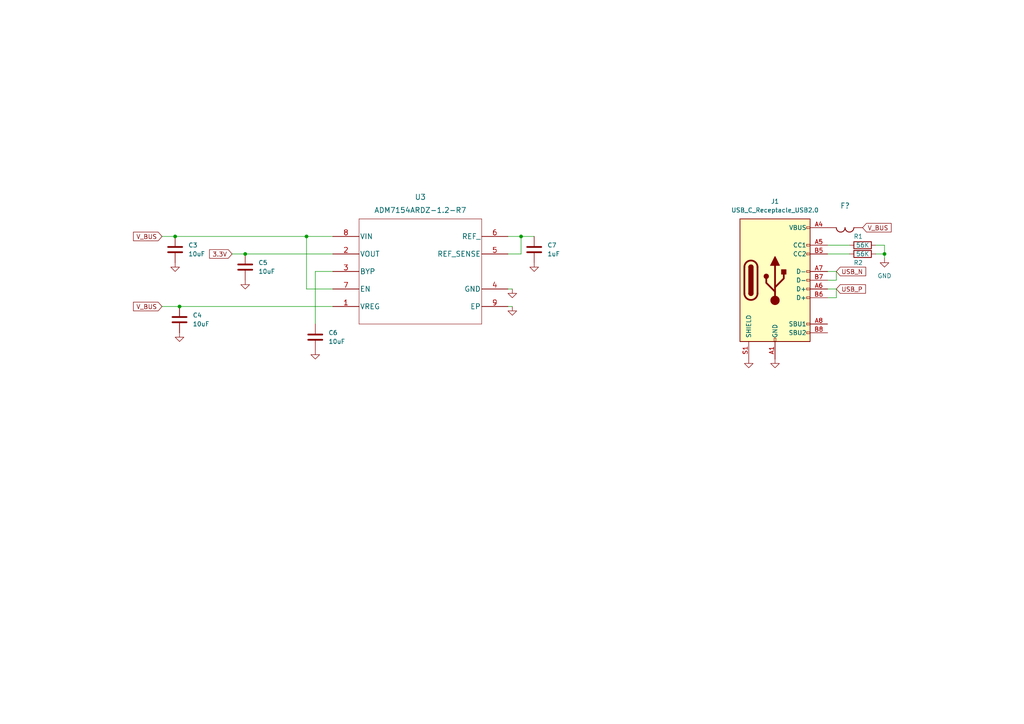
<source format=kicad_sch>
(kicad_sch (version 20211123) (generator eeschema)
  (paper "A4")
  (lib_symbols
    (symbol "ADM7154ARDZ-3.3-R7:ADM7154ARDZ-1.2-R7" (pin_names (offset 0.254))
      (property "Reference" "U" (at 25.4 10.16 0))
      (property "Value" "ADM7154ARDZ-1.2-R7" (at 25.4 7.62 0))
      (symbol "ADM7154ARDZ-1.2-R7_1_1"
        (polyline (pts (xy 7.62 -25.4) (xy 43.18 -25.4)) (stroke (width 0.127)))
        (polyline (pts (xy 7.62 5.08) (xy 7.62 -25.4)) (stroke (width 0.127)))
        (polyline (pts (xy 43.18 -25.4) (xy 43.18 5.08)) (stroke (width 0.127)))
        (polyline (pts (xy 43.18 5.08) (xy 7.62 5.08)) (stroke (width 0.127)))
        (pin unspecified line (at 0 -20.32 0) (length 7.62) (name "VREG") (number "1"))
        (pin unspecified line (at 0 -5.08 0) (length 7.62) (name "VOUT") (number "2"))
        (pin unspecified line (at 0 -10.16 0) (length 7.62) (name "BYP") (number "3"))
        (pin unspecified line (at 50.8 -15.24 180) (length 7.62) (name "GND") (number "4"))
        (pin unspecified line (at 50.8 -5.08 180) (length 7.62) (name "REF_SENSE") (number "5"))
        (pin unspecified line (at 50.8 0 180) (length 7.62) (name "REF_") (number "6"))
        (pin unspecified line (at 0 -15.24 0) (length 7.62) (name "EN") (number "7"))
        (pin unspecified line (at 0 0 0) (length 7.62) (name "VIN") (number "8"))
        (pin unspecified line (at 50.8 -20.32 180) (length 7.62) (name "EP") (number "9"))
      )
    )
    (symbol "Connector:USB_C_Receptacle_USB2.0" (pin_names (offset 1.016))
      (property "Reference" "J" (at -10.16 19.05 0))
      (property "Value" "USB_C_Receptacle_USB2.0" (at 19.05 19.05 0))
      (symbol "USB_C_Receptacle_USB2.0_0_0"
        (rectangle (start -0.254 -17.78) (end 0.254 -16.764))
        (rectangle (start 10.16 -14.986) (end 9.144 -15.494))
        (rectangle (start 10.16 -12.446) (end 9.144 -12.954))
        (rectangle (start 10.16 -4.826) (end 9.144 -5.334))
        (rectangle (start 10.16 -2.286) (end 9.144 -2.794))
        (rectangle (start 10.16 0.254) (end 9.144 -0.254))
        (rectangle (start 10.16 2.794) (end 9.144 2.286))
        (rectangle (start 10.16 7.874) (end 9.144 7.366))
        (rectangle (start 10.16 10.414) (end 9.144 9.906))
        (rectangle (start 10.16 15.494) (end 9.144 14.986))
      )
      (symbol "USB_C_Receptacle_USB2.0_0_1"
        (rectangle (start -10.16 17.78) (end 10.16 -17.78) (stroke (width 0.254)) (fill (type background)))
        (arc (start -8.89 -3.81) (mid -6.985 -5.715) (end -5.08 -3.81) (stroke (width 0.508)))
        (arc (start -7.62 -3.81) (mid -6.985 -4.445) (end -6.35 -3.81) (stroke (width 0.254)))
        (arc (start -7.62 -3.81) (mid -6.985 -4.445) (end -6.35 -3.81) (stroke (width 0.254)) (fill (type outline)))
        (rectangle (start -7.62 -3.81) (end -6.35 3.81) (stroke (width 0.254)) (fill (type outline)))
        (arc (start -6.35 3.81) (mid -6.985 4.445) (end -7.62 3.81) (stroke (width 0.254)))
        (arc (start -6.35 3.81) (mid -6.985 4.445) (end -7.62 3.81) (stroke (width 0.254)) (fill (type outline)))
        (arc (start -5.08 3.81) (mid -6.985 5.715) (end -8.89 3.81) (stroke (width 0.508)))
        (circle (center -2.54 1.143) (radius 0.635) (stroke (width 0.254)) (fill (type outline)))
        (circle (center 0 -5.842) (radius 1.27) (fill (type outline)))
        (polyline (pts (xy -8.89 -3.81) (xy -8.89 3.81)) (stroke (width 0.508)))
        (polyline (pts (xy -5.08 3.81) (xy -5.08 -3.81)) (stroke (width 0.508)))
        (polyline (pts (xy 0 -5.842) (xy 0 4.318)) (stroke (width 0.508)))
        (polyline (pts (xy 0 -3.302) (xy -2.54 -0.762) (xy -2.54 0.508)) (stroke (width 0.508)))
        (polyline (pts (xy 0 -2.032) (xy 2.54 0.508) (xy 2.54 1.778)) (stroke (width 0.508)))
        (polyline (pts (xy -1.27 4.318) (xy 0 6.858) (xy 1.27 4.318) (xy -1.27 4.318)) (stroke (width 0.254)) (fill (type outline)))
        (rectangle (start 1.905 1.778) (end 3.175 3.048) (stroke (width 0.254)) (fill (type outline)))
      )
      (symbol "USB_C_Receptacle_USB2.0_1_1"
        (pin passive line (at 0 -22.86 90) (length 5.08) (name "GND") (number "A1"))
        (pin passive line (at 0 -22.86 90) (length 5.08) hide (name "GND") (number "A12"))
        (pin passive line (at 15.24 15.24 180) (length 5.08) (name "VBUS") (number "A4"))
        (pin bidirectional line (at 15.24 10.16 180) (length 5.08) (name "CC1") (number "A5"))
        (pin bidirectional line (at 15.24 -2.54 180) (length 5.08) (name "D+") (number "A6"))
        (pin bidirectional line (at 15.24 2.54 180) (length 5.08) (name "D-") (number "A7"))
        (pin bidirectional line (at 15.24 -12.7 180) (length 5.08) (name "SBU1") (number "A8"))
        (pin passive line (at 15.24 15.24 180) (length 5.08) hide (name "VBUS") (number "A9"))
        (pin passive line (at 0 -22.86 90) (length 5.08) hide (name "GND") (number "B1"))
        (pin passive line (at 0 -22.86 90) (length 5.08) hide (name "GND") (number "B12"))
        (pin passive line (at 15.24 15.24 180) (length 5.08) hide (name "VBUS") (number "B4"))
        (pin bidirectional line (at 15.24 7.62 180) (length 5.08) (name "CC2") (number "B5"))
        (pin bidirectional line (at 15.24 -5.08 180) (length 5.08) (name "D+") (number "B6"))
        (pin bidirectional line (at 15.24 0 180) (length 5.08) (name "D-") (number "B7"))
        (pin bidirectional line (at 15.24 -15.24 180) (length 5.08) (name "SBU2") (number "B8"))
        (pin passive line (at 15.24 15.24 180) (length 5.08) hide (name "VBUS") (number "B9"))
        (pin passive line (at -7.62 -22.86 90) (length 5.08) (name "SHIELD") (number "S1"))
      )
    )
    (symbol "Device:C" (pin_numbers hide) (pin_names (offset 0.254))
      (property "Reference" "C" (at 0.635 2.54 0))
      (property "Value" "C" (at 0.635 -2.54 0))
      (symbol "C_0_1"
        (polyline (pts (xy -2.032 -0.762) (xy 2.032 -0.762)) (stroke (width 0.508)))
        (polyline (pts (xy -2.032 0.762) (xy 2.032 0.762)) (stroke (width 0.508)))
      )
      (symbol "C_1_1"
        (pin passive line (at 0 3.81 270) (length 2.794) (name "~") (number "1"))
        (pin passive line (at 0 -3.81 90) (length 2.794) (name "~") (number "2"))
      )
    )
    (symbol "Device:R" (pin_numbers hide) (pin_names (offset 0))
      (property "Reference" "R" (at 2.032 0 90))
      (property "Value" "R" (at 0 0 90))
      (symbol "R_0_1"
        (rectangle (start -1.016 -2.54) (end 1.016 2.54) (stroke (width 0.254)))
      )
      (symbol "R_1_1"
        (pin passive line (at 0 3.81 270) (length 1.27) (name "~") (number "1"))
        (pin passive line (at 0 -3.81 90) (length 1.27) (name "~") (number "2"))
      )
    )
    (symbol "FSMD075-33R:FSMD075-33R" (pin_numbers hide) (pin_names hide)
      (property "Reference" "F" (at 5.08 3.175 0))
      (property "Value" "FSMD075-33R" (at 5.08 -6.35 0))
      (symbol "FSMD075-33R_1_1"
        (arc (start 2.54 0) (mid 3.81 -1.27) (end 5.08 0) (stroke (width 0.254)))
        (arc (start 5.08 0) (mid 6.35 -1.27) (end 7.62 0) (stroke (width 0.254)))
        (pin unspecified line (at 0 0 0) (length 2.54) (name "1") (number "1"))
        (pin unspecified line (at 10.16 0 180) (length 2.54) (name "2") (number "2"))
      )
    )
    (symbol "power:GND" (power) (pin_names (offset 0))
      (property "Value" "GND" (at 0 -3.81 0))
      (symbol "GND_0_1"
        (polyline (pts (xy 0 0) (xy 0 -1.27) (xy 1.27 -1.27) (xy 0 -2.54) (xy -1.27 -1.27) (xy 0 -1.27)))
      )
      (symbol "GND_1_1"
        (pin power_in line (at 0 0 270) (length 0) hide (name "GND") (number "1"))
      )
    )
  )
  (junction (at 88.9 68.58))
  (junction (at 71.12 73.66))
  (junction (at 256.54 73.66))
  (junction (at 151.13 68.58))
  (junction (at 50.8 68.58))
  (junction (at 52.07 88.9))
  (wire (pts (xy 151.13 68.58) (xy 147.32 68.58)))
  (wire (pts (xy 240.03 73.66) (xy 246.38 73.66)))
  (wire (pts (xy 240.03 71.12) (xy 246.38 71.12)))
  (wire (pts (xy 254 71.12) (xy 256.54 71.12)))
  (wire (pts (xy 240.03 78.74) (xy 242.57 78.74)))
  (wire (pts (xy 67.31 73.66) (xy 71.12 73.66)))
  (wire (pts (xy 151.13 68.58) (xy 154.94 68.58)))
  (wire (pts (xy 254 73.66) (xy 256.54 73.66)))
  (wire (pts (xy 148.59 88.9) (xy 147.32 88.9)))
  (wire (pts (xy 50.8 68.58) (xy 88.9 68.58)))
  (wire (pts (xy 148.59 83.82) (xy 147.32 83.82)))
  (wire (pts (xy 71.12 73.66) (xy 96.52 73.66)))
  (wire (pts (xy 46.99 88.9) (xy 52.07 88.9)))
  (wire (pts (xy 151.13 73.66) (xy 151.13 68.58)))
  (wire (pts (xy 256.54 71.12) (xy 256.54 73.66)))
  (wire (pts (xy 88.9 68.58) (xy 96.52 68.58)))
  (wire (pts (xy 91.44 78.74) (xy 96.52 78.74)))
  (wire (pts (xy 96.52 83.82) (xy 88.9 83.82)))
  (wire (pts (xy 46.99 68.58) (xy 50.8 68.58)))
  (wire (pts (xy 240.03 83.82) (xy 242.57 83.82)))
  (wire (pts (xy 240.03 81.28) (xy 242.57 81.28)))
  (wire (pts (xy 256.54 73.66) (xy 256.54 74.93)))
  (wire (pts (xy 91.44 93.98) (xy 91.44 78.74)))
  (wire (pts (xy 52.07 88.9) (xy 96.52 88.9)))
  (wire (pts (xy 242.57 86.36) (xy 242.57 83.82)))
  (wire (pts (xy 240.03 86.36) (xy 242.57 86.36)))
  (wire (pts (xy 147.32 73.66) (xy 151.13 73.66)))
  (wire (pts (xy 88.9 83.82) (xy 88.9 68.58)))
  (wire (pts (xy 242.57 81.28) (xy 242.57 78.74)))
  (global_label "V_BUS" (shape input) (at 46.99 68.58 180) (property "Intersheet References" "${INTERSHEET_REFS}" (effects hide)))
  (global_label "USB_N" (shape input) (at 242.57 78.74 0) (property "Intersheet References" "${INTERSHEET_REFS}" (effects hide)))
  (global_label "USB_P" (shape input) (at 242.57 83.82 0) (property "Intersheet References" "${INTERSHEET_REFS}" (effects hide)))
  (global_label "V_BUS" (shape input) (at 46.99 88.9 180) (property "Intersheet References" "${INTERSHEET_REFS}" (effects hide)))
  (global_label "3.3V" (shape input) (at 67.31 73.66 180) (property "Intersheet References" "${INTERSHEET_REFS}" (effects hide)))
  (global_label "V_BUS" (shape input) (at 250.19 66.04 0) (property "Intersheet References" "${INTERSHEET_REFS}" (effects hide)))
  (symbol (lib_id "power:GND") (at 52.07 96.52 0) (unit 1)
    (property "Reference" "#PWR08" (effects hide))
    (property "Value" "GND" (effects hide))
  )
  (symbol (lib_id "Device:C") (at 91.44 97.79 180) (unit 1)
    (property "Reference" "C6" (at 95.25 96.5199 0) (effects (justify right)))
    (property "Value" "10uF" (at 95.25 99.0599 0) (effects (justify right)))
    (property "Footprint" "Capacitor_SMD:C_0805_2012Metric_Pad1.18x1.45mm_HandSolder" (effects hide))
  )
  (symbol (lib_id "power:GND") (at 91.44 101.6 0) (unit 1)
    (property "Reference" "#PWR010" (effects hide))
    (property "Value" "GND" (effects hide))
  )
  (symbol (lib_id "power:GND") (at 71.12 81.28 0) (unit 1)
    (property "Reference" "#PWR09" (effects hide))
    (property "Value" "GND" (effects hide))
  )
  (symbol (lib_id "FSMD075-33R:FSMD075-33R") (at 240.03 66.04 0) (unit 1)
    (property "Reference" "F?" (at 245.11 59.69 0) (effects (font (size 1.524 1.524))))
  )
  (symbol (lib_id "Device:C") (at 71.12 77.47 180) (unit 1)
    (property "Reference" "C5" (at 74.93 76.1999 0) (effects (justify right)))
    (property "Value" "10uF" (at 74.93 78.7399 0) (effects (justify right)))
    (property "Footprint" "Capacitor_SMD:C_0805_2012Metric_Pad1.18x1.45mm_HandSolder" (effects hide))
  )
  (symbol (lib_id "power:GND") (at 50.8 76.2 0) (unit 1)
    (property "Reference" "#PWR07" (effects hide))
    (property "Value" "GND" (effects hide))
  )
  (symbol (lib_id "power:GND") (at 256.54 74.93 0) (unit 1)
    (property "Reference" "#PWR015" (effects hide))
    (property "Value" "GND" (at 256.54 80.01 0))
  )
  (symbol (lib_id "power:GND") (at 154.94 76.2 0) (unit 1)
    (property "Reference" "#PWR013" (effects hide))
    (property "Value" "GND" (effects hide))
  )
  (symbol (lib_id "ADM7154ARDZ-3.3-R7:ADM7154ARDZ-1.2-R7") (at 96.52 68.58 0) (unit 1)
    (property "Reference" "U3" (at 121.92 57.15 0) (effects (font (size 1.524 1.524))))
    (property "Value" "ADM7154ARDZ-1.2-R7" (at 121.92 60.96 0) (effects (font (size 1.524 1.524))))
    (property "Footprint" "RD_8_1_ADI" (effects hide))
  )
  (symbol (lib_id "Device:R") (at 250.19 71.12 270) (unit 1)
    (property "Reference" "R1" (at 248.92 68.58 90))
    (property "Value" "56K" (at 250.19 71.12 90))
    (property "Footprint" "Resistor_SMD:R_1206_3216Metric_Pad1.30x1.75mm_HandSolder" (effects hide))
  )
  (symbol (lib_id "Device:R") (at 250.19 73.66 270) (unit 1)
    (property "Reference" "R2" (at 248.92 76.2 90))
    (property "Value" "56K" (at 250.19 73.66 90))
    (property "Footprint" "Resistor_SMD:R_1206_3216Metric_Pad1.30x1.75mm_HandSolder" (effects hide))
  )
  (symbol (lib_id "Connector:USB_C_Receptacle_USB2.0") (at 224.79 81.28 0) (unit 1)
    (property "Reference" "J1" (at 224.79 58.42 0))
    (property "Value" "USB_C_Receptacle_USB2.0" (at 224.79 60.96 0))
    (property "Footprint" "Connector_USB:USB_C_Receptacle_GCT_USB4085" (effects hide))
    (property "Datasheet" "https://www.usb.org/sites/default/files/documents/usb_type-c.zip" (effects hide))
  )
  (symbol (lib_id "Device:C") (at 50.8 72.39 180) (unit 1)
    (property "Reference" "C3" (at 54.61 71.1199 0) (effects (justify right)))
    (property "Value" "10uF" (at 54.61 73.6599 0) (effects (justify right)))
    (property "Footprint" "Capacitor_SMD:C_0805_2012Metric_Pad1.18x1.45mm_HandSolder" (effects hide))
  )
  (symbol (lib_id "Device:C") (at 52.07 92.71 180) (unit 1)
    (property "Reference" "C4" (at 55.88 91.4399 0) (effects (justify right)))
    (property "Value" "10uF" (at 55.88 93.9799 0) (effects (justify right)))
    (property "Footprint" "Capacitor_SMD:C_0805_2012Metric_Pad1.18x1.45mm_HandSolder" (effects hide))
  )
  (symbol (lib_id "power:GND") (at 148.59 88.9 0) (mirror y) (unit 1)
    (property "Reference" "#PWR012" (effects hide))
    (property "Value" "GND" (effects hide))
  )
  (symbol (lib_id "power:GND") (at 224.79 104.14 0) (unit 1)
    (property "Reference" "#PWR014" (effects hide))
    (property "Value" "GND" (effects hide))
  )
  (symbol (lib_id "Device:C") (at 154.94 72.39 0) (unit 1)
    (property "Reference" "C7" (at 158.75 71.1199 0) (effects (justify left)))
    (property "Value" "1uF" (at 158.75 73.6599 0) (effects (justify left)))
    (property "Footprint" "Capacitor_SMD:C_0805_2012Metric_Pad1.18x1.45mm_HandSolder" (effects hide))
  )
  (symbol (lib_id "power:GND") (at 148.59 83.82 0) (mirror y) (unit 1)
    (property "Reference" "#PWR011" (effects hide))
    (property "Value" "GND" (effects hide))
  )
  (symbol (lib_id "power:GND") (at 217.17 104.14 0) (unit 1)
    (property "Reference" "#PWR0101" (effects hide))
    (property "Value" "GND" (effects hide))
  )
)
</source>
